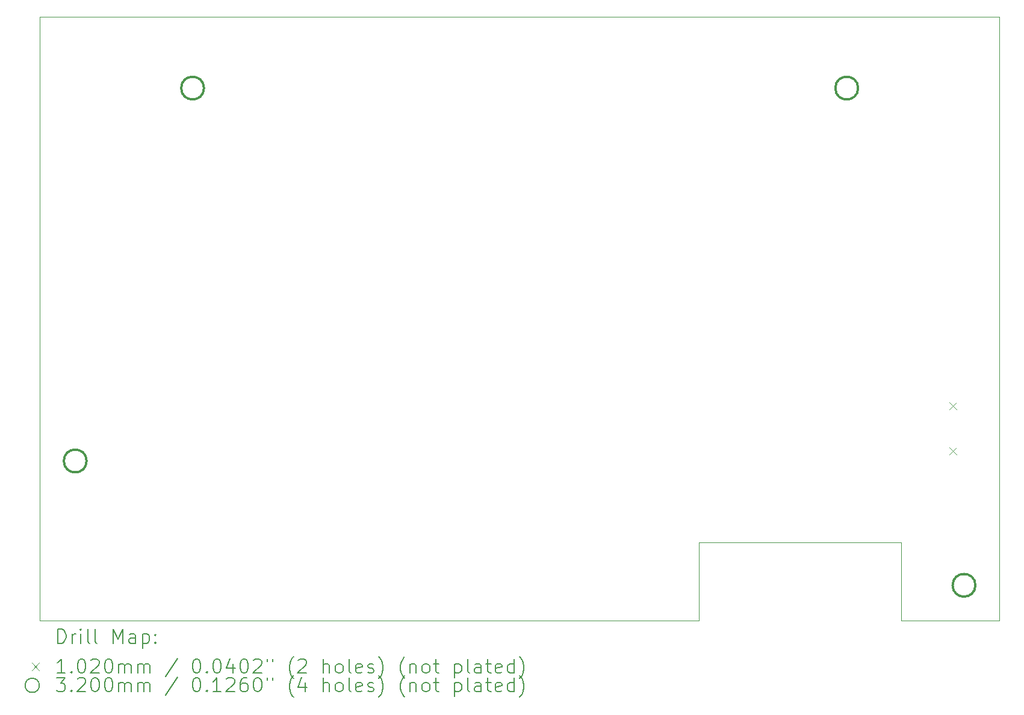
<source format=gbr>
%TF.GenerationSoftware,KiCad,Pcbnew,8.0.7*%
%TF.CreationDate,2025-01-22T18:35:03+01:00*%
%TF.ProjectId,STM32_GateSignalGenerator,53544d33-325f-4476-9174-655369676e61,rev?*%
%TF.SameCoordinates,Original*%
%TF.FileFunction,Drillmap*%
%TF.FilePolarity,Positive*%
%FSLAX45Y45*%
G04 Gerber Fmt 4.5, Leading zero omitted, Abs format (unit mm)*
G04 Created by KiCad (PCBNEW 8.0.7) date 2025-01-22 18:35:03*
%MOMM*%
%LPD*%
G01*
G04 APERTURE LIST*
%ADD10C,0.100000*%
%ADD11C,0.200000*%
%ADD12C,0.102000*%
%ADD13C,0.320000*%
G04 APERTURE END LIST*
D10*
X20185000Y-14811500D02*
X20185000Y-14661500D01*
X21565000Y-6311500D02*
X21565000Y-14811500D01*
X17335000Y-13711500D02*
X20185000Y-13711500D01*
X8065000Y-6311500D02*
X21565000Y-6311500D01*
X17335000Y-14811500D02*
X17335000Y-13711500D01*
X8065000Y-6311500D02*
X8065000Y-14811500D01*
X20185000Y-13711500D02*
X20185000Y-14661500D01*
X21565000Y-14811500D02*
X20185000Y-14811500D01*
X8065000Y-14811500D02*
X17335000Y-14811500D01*
D11*
D12*
X20861250Y-11735250D02*
X20963250Y-11837250D01*
X20963250Y-11735250D02*
X20861250Y-11837250D01*
X20861250Y-12370250D02*
X20963250Y-12472250D01*
X20963250Y-12370250D02*
X20861250Y-12472250D01*
D13*
X8725000Y-12561500D02*
G75*
G02*
X8405000Y-12561500I-160000J0D01*
G01*
X8405000Y-12561500D02*
G75*
G02*
X8725000Y-12561500I160000J0D01*
G01*
X10375000Y-7311500D02*
G75*
G02*
X10055000Y-7311500I-160000J0D01*
G01*
X10055000Y-7311500D02*
G75*
G02*
X10375000Y-7311500I160000J0D01*
G01*
X19575000Y-7311500D02*
G75*
G02*
X19255000Y-7311500I-160000J0D01*
G01*
X19255000Y-7311500D02*
G75*
G02*
X19575000Y-7311500I160000J0D01*
G01*
X21225000Y-14311500D02*
G75*
G02*
X20905000Y-14311500I-160000J0D01*
G01*
X20905000Y-14311500D02*
G75*
G02*
X21225000Y-14311500I160000J0D01*
G01*
D11*
X8320777Y-15127984D02*
X8320777Y-14927984D01*
X8320777Y-14927984D02*
X8368396Y-14927984D01*
X8368396Y-14927984D02*
X8396967Y-14937508D01*
X8396967Y-14937508D02*
X8416015Y-14956555D01*
X8416015Y-14956555D02*
X8425539Y-14975603D01*
X8425539Y-14975603D02*
X8435063Y-15013698D01*
X8435063Y-15013698D02*
X8435063Y-15042269D01*
X8435063Y-15042269D02*
X8425539Y-15080365D01*
X8425539Y-15080365D02*
X8416015Y-15099412D01*
X8416015Y-15099412D02*
X8396967Y-15118460D01*
X8396967Y-15118460D02*
X8368396Y-15127984D01*
X8368396Y-15127984D02*
X8320777Y-15127984D01*
X8520777Y-15127984D02*
X8520777Y-14994650D01*
X8520777Y-15032746D02*
X8530301Y-15013698D01*
X8530301Y-15013698D02*
X8539824Y-15004174D01*
X8539824Y-15004174D02*
X8558872Y-14994650D01*
X8558872Y-14994650D02*
X8577920Y-14994650D01*
X8644586Y-15127984D02*
X8644586Y-14994650D01*
X8644586Y-14927984D02*
X8635063Y-14937508D01*
X8635063Y-14937508D02*
X8644586Y-14947031D01*
X8644586Y-14947031D02*
X8654110Y-14937508D01*
X8654110Y-14937508D02*
X8644586Y-14927984D01*
X8644586Y-14927984D02*
X8644586Y-14947031D01*
X8768396Y-15127984D02*
X8749348Y-15118460D01*
X8749348Y-15118460D02*
X8739824Y-15099412D01*
X8739824Y-15099412D02*
X8739824Y-14927984D01*
X8873158Y-15127984D02*
X8854110Y-15118460D01*
X8854110Y-15118460D02*
X8844586Y-15099412D01*
X8844586Y-15099412D02*
X8844586Y-14927984D01*
X9101729Y-15127984D02*
X9101729Y-14927984D01*
X9101729Y-14927984D02*
X9168396Y-15070841D01*
X9168396Y-15070841D02*
X9235063Y-14927984D01*
X9235063Y-14927984D02*
X9235063Y-15127984D01*
X9416015Y-15127984D02*
X9416015Y-15023222D01*
X9416015Y-15023222D02*
X9406491Y-15004174D01*
X9406491Y-15004174D02*
X9387444Y-14994650D01*
X9387444Y-14994650D02*
X9349348Y-14994650D01*
X9349348Y-14994650D02*
X9330301Y-15004174D01*
X9416015Y-15118460D02*
X9396967Y-15127984D01*
X9396967Y-15127984D02*
X9349348Y-15127984D01*
X9349348Y-15127984D02*
X9330301Y-15118460D01*
X9330301Y-15118460D02*
X9320777Y-15099412D01*
X9320777Y-15099412D02*
X9320777Y-15080365D01*
X9320777Y-15080365D02*
X9330301Y-15061317D01*
X9330301Y-15061317D02*
X9349348Y-15051793D01*
X9349348Y-15051793D02*
X9396967Y-15051793D01*
X9396967Y-15051793D02*
X9416015Y-15042269D01*
X9511253Y-14994650D02*
X9511253Y-15194650D01*
X9511253Y-15004174D02*
X9530301Y-14994650D01*
X9530301Y-14994650D02*
X9568396Y-14994650D01*
X9568396Y-14994650D02*
X9587444Y-15004174D01*
X9587444Y-15004174D02*
X9596967Y-15013698D01*
X9596967Y-15013698D02*
X9606491Y-15032746D01*
X9606491Y-15032746D02*
X9606491Y-15089888D01*
X9606491Y-15089888D02*
X9596967Y-15108936D01*
X9596967Y-15108936D02*
X9587444Y-15118460D01*
X9587444Y-15118460D02*
X9568396Y-15127984D01*
X9568396Y-15127984D02*
X9530301Y-15127984D01*
X9530301Y-15127984D02*
X9511253Y-15118460D01*
X9692205Y-15108936D02*
X9701729Y-15118460D01*
X9701729Y-15118460D02*
X9692205Y-15127984D01*
X9692205Y-15127984D02*
X9682682Y-15118460D01*
X9682682Y-15118460D02*
X9692205Y-15108936D01*
X9692205Y-15108936D02*
X9692205Y-15127984D01*
X9692205Y-15004174D02*
X9701729Y-15013698D01*
X9701729Y-15013698D02*
X9692205Y-15023222D01*
X9692205Y-15023222D02*
X9682682Y-15013698D01*
X9682682Y-15013698D02*
X9692205Y-15004174D01*
X9692205Y-15004174D02*
X9692205Y-15023222D01*
D12*
X7958000Y-15405500D02*
X8060000Y-15507500D01*
X8060000Y-15405500D02*
X7958000Y-15507500D01*
D11*
X8425539Y-15547984D02*
X8311253Y-15547984D01*
X8368396Y-15547984D02*
X8368396Y-15347984D01*
X8368396Y-15347984D02*
X8349348Y-15376555D01*
X8349348Y-15376555D02*
X8330301Y-15395603D01*
X8330301Y-15395603D02*
X8311253Y-15405127D01*
X8511253Y-15528936D02*
X8520777Y-15538460D01*
X8520777Y-15538460D02*
X8511253Y-15547984D01*
X8511253Y-15547984D02*
X8501729Y-15538460D01*
X8501729Y-15538460D02*
X8511253Y-15528936D01*
X8511253Y-15528936D02*
X8511253Y-15547984D01*
X8644586Y-15347984D02*
X8663634Y-15347984D01*
X8663634Y-15347984D02*
X8682682Y-15357508D01*
X8682682Y-15357508D02*
X8692205Y-15367031D01*
X8692205Y-15367031D02*
X8701729Y-15386079D01*
X8701729Y-15386079D02*
X8711253Y-15424174D01*
X8711253Y-15424174D02*
X8711253Y-15471793D01*
X8711253Y-15471793D02*
X8701729Y-15509888D01*
X8701729Y-15509888D02*
X8692205Y-15528936D01*
X8692205Y-15528936D02*
X8682682Y-15538460D01*
X8682682Y-15538460D02*
X8663634Y-15547984D01*
X8663634Y-15547984D02*
X8644586Y-15547984D01*
X8644586Y-15547984D02*
X8625539Y-15538460D01*
X8625539Y-15538460D02*
X8616015Y-15528936D01*
X8616015Y-15528936D02*
X8606491Y-15509888D01*
X8606491Y-15509888D02*
X8596967Y-15471793D01*
X8596967Y-15471793D02*
X8596967Y-15424174D01*
X8596967Y-15424174D02*
X8606491Y-15386079D01*
X8606491Y-15386079D02*
X8616015Y-15367031D01*
X8616015Y-15367031D02*
X8625539Y-15357508D01*
X8625539Y-15357508D02*
X8644586Y-15347984D01*
X8787444Y-15367031D02*
X8796967Y-15357508D01*
X8796967Y-15357508D02*
X8816015Y-15347984D01*
X8816015Y-15347984D02*
X8863634Y-15347984D01*
X8863634Y-15347984D02*
X8882682Y-15357508D01*
X8882682Y-15357508D02*
X8892205Y-15367031D01*
X8892205Y-15367031D02*
X8901729Y-15386079D01*
X8901729Y-15386079D02*
X8901729Y-15405127D01*
X8901729Y-15405127D02*
X8892205Y-15433698D01*
X8892205Y-15433698D02*
X8777920Y-15547984D01*
X8777920Y-15547984D02*
X8901729Y-15547984D01*
X9025539Y-15347984D02*
X9044586Y-15347984D01*
X9044586Y-15347984D02*
X9063634Y-15357508D01*
X9063634Y-15357508D02*
X9073158Y-15367031D01*
X9073158Y-15367031D02*
X9082682Y-15386079D01*
X9082682Y-15386079D02*
X9092205Y-15424174D01*
X9092205Y-15424174D02*
X9092205Y-15471793D01*
X9092205Y-15471793D02*
X9082682Y-15509888D01*
X9082682Y-15509888D02*
X9073158Y-15528936D01*
X9073158Y-15528936D02*
X9063634Y-15538460D01*
X9063634Y-15538460D02*
X9044586Y-15547984D01*
X9044586Y-15547984D02*
X9025539Y-15547984D01*
X9025539Y-15547984D02*
X9006491Y-15538460D01*
X9006491Y-15538460D02*
X8996967Y-15528936D01*
X8996967Y-15528936D02*
X8987444Y-15509888D01*
X8987444Y-15509888D02*
X8977920Y-15471793D01*
X8977920Y-15471793D02*
X8977920Y-15424174D01*
X8977920Y-15424174D02*
X8987444Y-15386079D01*
X8987444Y-15386079D02*
X8996967Y-15367031D01*
X8996967Y-15367031D02*
X9006491Y-15357508D01*
X9006491Y-15357508D02*
X9025539Y-15347984D01*
X9177920Y-15547984D02*
X9177920Y-15414650D01*
X9177920Y-15433698D02*
X9187444Y-15424174D01*
X9187444Y-15424174D02*
X9206491Y-15414650D01*
X9206491Y-15414650D02*
X9235063Y-15414650D01*
X9235063Y-15414650D02*
X9254110Y-15424174D01*
X9254110Y-15424174D02*
X9263634Y-15443222D01*
X9263634Y-15443222D02*
X9263634Y-15547984D01*
X9263634Y-15443222D02*
X9273158Y-15424174D01*
X9273158Y-15424174D02*
X9292205Y-15414650D01*
X9292205Y-15414650D02*
X9320777Y-15414650D01*
X9320777Y-15414650D02*
X9339825Y-15424174D01*
X9339825Y-15424174D02*
X9349348Y-15443222D01*
X9349348Y-15443222D02*
X9349348Y-15547984D01*
X9444586Y-15547984D02*
X9444586Y-15414650D01*
X9444586Y-15433698D02*
X9454110Y-15424174D01*
X9454110Y-15424174D02*
X9473158Y-15414650D01*
X9473158Y-15414650D02*
X9501729Y-15414650D01*
X9501729Y-15414650D02*
X9520777Y-15424174D01*
X9520777Y-15424174D02*
X9530301Y-15443222D01*
X9530301Y-15443222D02*
X9530301Y-15547984D01*
X9530301Y-15443222D02*
X9539825Y-15424174D01*
X9539825Y-15424174D02*
X9558872Y-15414650D01*
X9558872Y-15414650D02*
X9587444Y-15414650D01*
X9587444Y-15414650D02*
X9606491Y-15424174D01*
X9606491Y-15424174D02*
X9616015Y-15443222D01*
X9616015Y-15443222D02*
X9616015Y-15547984D01*
X10006491Y-15338460D02*
X9835063Y-15595603D01*
X10263634Y-15347984D02*
X10282682Y-15347984D01*
X10282682Y-15347984D02*
X10301729Y-15357508D01*
X10301729Y-15357508D02*
X10311253Y-15367031D01*
X10311253Y-15367031D02*
X10320777Y-15386079D01*
X10320777Y-15386079D02*
X10330301Y-15424174D01*
X10330301Y-15424174D02*
X10330301Y-15471793D01*
X10330301Y-15471793D02*
X10320777Y-15509888D01*
X10320777Y-15509888D02*
X10311253Y-15528936D01*
X10311253Y-15528936D02*
X10301729Y-15538460D01*
X10301729Y-15538460D02*
X10282682Y-15547984D01*
X10282682Y-15547984D02*
X10263634Y-15547984D01*
X10263634Y-15547984D02*
X10244587Y-15538460D01*
X10244587Y-15538460D02*
X10235063Y-15528936D01*
X10235063Y-15528936D02*
X10225539Y-15509888D01*
X10225539Y-15509888D02*
X10216015Y-15471793D01*
X10216015Y-15471793D02*
X10216015Y-15424174D01*
X10216015Y-15424174D02*
X10225539Y-15386079D01*
X10225539Y-15386079D02*
X10235063Y-15367031D01*
X10235063Y-15367031D02*
X10244587Y-15357508D01*
X10244587Y-15357508D02*
X10263634Y-15347984D01*
X10416015Y-15528936D02*
X10425539Y-15538460D01*
X10425539Y-15538460D02*
X10416015Y-15547984D01*
X10416015Y-15547984D02*
X10406491Y-15538460D01*
X10406491Y-15538460D02*
X10416015Y-15528936D01*
X10416015Y-15528936D02*
X10416015Y-15547984D01*
X10549348Y-15347984D02*
X10568396Y-15347984D01*
X10568396Y-15347984D02*
X10587444Y-15357508D01*
X10587444Y-15357508D02*
X10596968Y-15367031D01*
X10596968Y-15367031D02*
X10606491Y-15386079D01*
X10606491Y-15386079D02*
X10616015Y-15424174D01*
X10616015Y-15424174D02*
X10616015Y-15471793D01*
X10616015Y-15471793D02*
X10606491Y-15509888D01*
X10606491Y-15509888D02*
X10596968Y-15528936D01*
X10596968Y-15528936D02*
X10587444Y-15538460D01*
X10587444Y-15538460D02*
X10568396Y-15547984D01*
X10568396Y-15547984D02*
X10549348Y-15547984D01*
X10549348Y-15547984D02*
X10530301Y-15538460D01*
X10530301Y-15538460D02*
X10520777Y-15528936D01*
X10520777Y-15528936D02*
X10511253Y-15509888D01*
X10511253Y-15509888D02*
X10501729Y-15471793D01*
X10501729Y-15471793D02*
X10501729Y-15424174D01*
X10501729Y-15424174D02*
X10511253Y-15386079D01*
X10511253Y-15386079D02*
X10520777Y-15367031D01*
X10520777Y-15367031D02*
X10530301Y-15357508D01*
X10530301Y-15357508D02*
X10549348Y-15347984D01*
X10787444Y-15414650D02*
X10787444Y-15547984D01*
X10739825Y-15338460D02*
X10692206Y-15481317D01*
X10692206Y-15481317D02*
X10816015Y-15481317D01*
X10930301Y-15347984D02*
X10949349Y-15347984D01*
X10949349Y-15347984D02*
X10968396Y-15357508D01*
X10968396Y-15357508D02*
X10977920Y-15367031D01*
X10977920Y-15367031D02*
X10987444Y-15386079D01*
X10987444Y-15386079D02*
X10996968Y-15424174D01*
X10996968Y-15424174D02*
X10996968Y-15471793D01*
X10996968Y-15471793D02*
X10987444Y-15509888D01*
X10987444Y-15509888D02*
X10977920Y-15528936D01*
X10977920Y-15528936D02*
X10968396Y-15538460D01*
X10968396Y-15538460D02*
X10949349Y-15547984D01*
X10949349Y-15547984D02*
X10930301Y-15547984D01*
X10930301Y-15547984D02*
X10911253Y-15538460D01*
X10911253Y-15538460D02*
X10901729Y-15528936D01*
X10901729Y-15528936D02*
X10892206Y-15509888D01*
X10892206Y-15509888D02*
X10882682Y-15471793D01*
X10882682Y-15471793D02*
X10882682Y-15424174D01*
X10882682Y-15424174D02*
X10892206Y-15386079D01*
X10892206Y-15386079D02*
X10901729Y-15367031D01*
X10901729Y-15367031D02*
X10911253Y-15357508D01*
X10911253Y-15357508D02*
X10930301Y-15347984D01*
X11073158Y-15367031D02*
X11082682Y-15357508D01*
X11082682Y-15357508D02*
X11101729Y-15347984D01*
X11101729Y-15347984D02*
X11149349Y-15347984D01*
X11149349Y-15347984D02*
X11168396Y-15357508D01*
X11168396Y-15357508D02*
X11177920Y-15367031D01*
X11177920Y-15367031D02*
X11187444Y-15386079D01*
X11187444Y-15386079D02*
X11187444Y-15405127D01*
X11187444Y-15405127D02*
X11177920Y-15433698D01*
X11177920Y-15433698D02*
X11063634Y-15547984D01*
X11063634Y-15547984D02*
X11187444Y-15547984D01*
X11263634Y-15347984D02*
X11263634Y-15386079D01*
X11339825Y-15347984D02*
X11339825Y-15386079D01*
X11635063Y-15624174D02*
X11625539Y-15614650D01*
X11625539Y-15614650D02*
X11606491Y-15586079D01*
X11606491Y-15586079D02*
X11596968Y-15567031D01*
X11596968Y-15567031D02*
X11587444Y-15538460D01*
X11587444Y-15538460D02*
X11577920Y-15490841D01*
X11577920Y-15490841D02*
X11577920Y-15452746D01*
X11577920Y-15452746D02*
X11587444Y-15405127D01*
X11587444Y-15405127D02*
X11596968Y-15376555D01*
X11596968Y-15376555D02*
X11606491Y-15357508D01*
X11606491Y-15357508D02*
X11625539Y-15328936D01*
X11625539Y-15328936D02*
X11635063Y-15319412D01*
X11701729Y-15367031D02*
X11711253Y-15357508D01*
X11711253Y-15357508D02*
X11730301Y-15347984D01*
X11730301Y-15347984D02*
X11777920Y-15347984D01*
X11777920Y-15347984D02*
X11796968Y-15357508D01*
X11796968Y-15357508D02*
X11806491Y-15367031D01*
X11806491Y-15367031D02*
X11816015Y-15386079D01*
X11816015Y-15386079D02*
X11816015Y-15405127D01*
X11816015Y-15405127D02*
X11806491Y-15433698D01*
X11806491Y-15433698D02*
X11692206Y-15547984D01*
X11692206Y-15547984D02*
X11816015Y-15547984D01*
X12054110Y-15547984D02*
X12054110Y-15347984D01*
X12139825Y-15547984D02*
X12139825Y-15443222D01*
X12139825Y-15443222D02*
X12130301Y-15424174D01*
X12130301Y-15424174D02*
X12111253Y-15414650D01*
X12111253Y-15414650D02*
X12082682Y-15414650D01*
X12082682Y-15414650D02*
X12063634Y-15424174D01*
X12063634Y-15424174D02*
X12054110Y-15433698D01*
X12263634Y-15547984D02*
X12244587Y-15538460D01*
X12244587Y-15538460D02*
X12235063Y-15528936D01*
X12235063Y-15528936D02*
X12225539Y-15509888D01*
X12225539Y-15509888D02*
X12225539Y-15452746D01*
X12225539Y-15452746D02*
X12235063Y-15433698D01*
X12235063Y-15433698D02*
X12244587Y-15424174D01*
X12244587Y-15424174D02*
X12263634Y-15414650D01*
X12263634Y-15414650D02*
X12292206Y-15414650D01*
X12292206Y-15414650D02*
X12311253Y-15424174D01*
X12311253Y-15424174D02*
X12320777Y-15433698D01*
X12320777Y-15433698D02*
X12330301Y-15452746D01*
X12330301Y-15452746D02*
X12330301Y-15509888D01*
X12330301Y-15509888D02*
X12320777Y-15528936D01*
X12320777Y-15528936D02*
X12311253Y-15538460D01*
X12311253Y-15538460D02*
X12292206Y-15547984D01*
X12292206Y-15547984D02*
X12263634Y-15547984D01*
X12444587Y-15547984D02*
X12425539Y-15538460D01*
X12425539Y-15538460D02*
X12416015Y-15519412D01*
X12416015Y-15519412D02*
X12416015Y-15347984D01*
X12596968Y-15538460D02*
X12577920Y-15547984D01*
X12577920Y-15547984D02*
X12539825Y-15547984D01*
X12539825Y-15547984D02*
X12520777Y-15538460D01*
X12520777Y-15538460D02*
X12511253Y-15519412D01*
X12511253Y-15519412D02*
X12511253Y-15443222D01*
X12511253Y-15443222D02*
X12520777Y-15424174D01*
X12520777Y-15424174D02*
X12539825Y-15414650D01*
X12539825Y-15414650D02*
X12577920Y-15414650D01*
X12577920Y-15414650D02*
X12596968Y-15424174D01*
X12596968Y-15424174D02*
X12606491Y-15443222D01*
X12606491Y-15443222D02*
X12606491Y-15462269D01*
X12606491Y-15462269D02*
X12511253Y-15481317D01*
X12682682Y-15538460D02*
X12701730Y-15547984D01*
X12701730Y-15547984D02*
X12739825Y-15547984D01*
X12739825Y-15547984D02*
X12758872Y-15538460D01*
X12758872Y-15538460D02*
X12768396Y-15519412D01*
X12768396Y-15519412D02*
X12768396Y-15509888D01*
X12768396Y-15509888D02*
X12758872Y-15490841D01*
X12758872Y-15490841D02*
X12739825Y-15481317D01*
X12739825Y-15481317D02*
X12711253Y-15481317D01*
X12711253Y-15481317D02*
X12692206Y-15471793D01*
X12692206Y-15471793D02*
X12682682Y-15452746D01*
X12682682Y-15452746D02*
X12682682Y-15443222D01*
X12682682Y-15443222D02*
X12692206Y-15424174D01*
X12692206Y-15424174D02*
X12711253Y-15414650D01*
X12711253Y-15414650D02*
X12739825Y-15414650D01*
X12739825Y-15414650D02*
X12758872Y-15424174D01*
X12835063Y-15624174D02*
X12844587Y-15614650D01*
X12844587Y-15614650D02*
X12863634Y-15586079D01*
X12863634Y-15586079D02*
X12873158Y-15567031D01*
X12873158Y-15567031D02*
X12882682Y-15538460D01*
X12882682Y-15538460D02*
X12892206Y-15490841D01*
X12892206Y-15490841D02*
X12892206Y-15452746D01*
X12892206Y-15452746D02*
X12882682Y-15405127D01*
X12882682Y-15405127D02*
X12873158Y-15376555D01*
X12873158Y-15376555D02*
X12863634Y-15357508D01*
X12863634Y-15357508D02*
X12844587Y-15328936D01*
X12844587Y-15328936D02*
X12835063Y-15319412D01*
X13196968Y-15624174D02*
X13187444Y-15614650D01*
X13187444Y-15614650D02*
X13168396Y-15586079D01*
X13168396Y-15586079D02*
X13158872Y-15567031D01*
X13158872Y-15567031D02*
X13149349Y-15538460D01*
X13149349Y-15538460D02*
X13139825Y-15490841D01*
X13139825Y-15490841D02*
X13139825Y-15452746D01*
X13139825Y-15452746D02*
X13149349Y-15405127D01*
X13149349Y-15405127D02*
X13158872Y-15376555D01*
X13158872Y-15376555D02*
X13168396Y-15357508D01*
X13168396Y-15357508D02*
X13187444Y-15328936D01*
X13187444Y-15328936D02*
X13196968Y-15319412D01*
X13273158Y-15414650D02*
X13273158Y-15547984D01*
X13273158Y-15433698D02*
X13282682Y-15424174D01*
X13282682Y-15424174D02*
X13301730Y-15414650D01*
X13301730Y-15414650D02*
X13330301Y-15414650D01*
X13330301Y-15414650D02*
X13349349Y-15424174D01*
X13349349Y-15424174D02*
X13358872Y-15443222D01*
X13358872Y-15443222D02*
X13358872Y-15547984D01*
X13482682Y-15547984D02*
X13463634Y-15538460D01*
X13463634Y-15538460D02*
X13454111Y-15528936D01*
X13454111Y-15528936D02*
X13444587Y-15509888D01*
X13444587Y-15509888D02*
X13444587Y-15452746D01*
X13444587Y-15452746D02*
X13454111Y-15433698D01*
X13454111Y-15433698D02*
X13463634Y-15424174D01*
X13463634Y-15424174D02*
X13482682Y-15414650D01*
X13482682Y-15414650D02*
X13511253Y-15414650D01*
X13511253Y-15414650D02*
X13530301Y-15424174D01*
X13530301Y-15424174D02*
X13539825Y-15433698D01*
X13539825Y-15433698D02*
X13549349Y-15452746D01*
X13549349Y-15452746D02*
X13549349Y-15509888D01*
X13549349Y-15509888D02*
X13539825Y-15528936D01*
X13539825Y-15528936D02*
X13530301Y-15538460D01*
X13530301Y-15538460D02*
X13511253Y-15547984D01*
X13511253Y-15547984D02*
X13482682Y-15547984D01*
X13606492Y-15414650D02*
X13682682Y-15414650D01*
X13635063Y-15347984D02*
X13635063Y-15519412D01*
X13635063Y-15519412D02*
X13644587Y-15538460D01*
X13644587Y-15538460D02*
X13663634Y-15547984D01*
X13663634Y-15547984D02*
X13682682Y-15547984D01*
X13901730Y-15414650D02*
X13901730Y-15614650D01*
X13901730Y-15424174D02*
X13920777Y-15414650D01*
X13920777Y-15414650D02*
X13958873Y-15414650D01*
X13958873Y-15414650D02*
X13977920Y-15424174D01*
X13977920Y-15424174D02*
X13987444Y-15433698D01*
X13987444Y-15433698D02*
X13996968Y-15452746D01*
X13996968Y-15452746D02*
X13996968Y-15509888D01*
X13996968Y-15509888D02*
X13987444Y-15528936D01*
X13987444Y-15528936D02*
X13977920Y-15538460D01*
X13977920Y-15538460D02*
X13958873Y-15547984D01*
X13958873Y-15547984D02*
X13920777Y-15547984D01*
X13920777Y-15547984D02*
X13901730Y-15538460D01*
X14111253Y-15547984D02*
X14092206Y-15538460D01*
X14092206Y-15538460D02*
X14082682Y-15519412D01*
X14082682Y-15519412D02*
X14082682Y-15347984D01*
X14273158Y-15547984D02*
X14273158Y-15443222D01*
X14273158Y-15443222D02*
X14263634Y-15424174D01*
X14263634Y-15424174D02*
X14244587Y-15414650D01*
X14244587Y-15414650D02*
X14206492Y-15414650D01*
X14206492Y-15414650D02*
X14187444Y-15424174D01*
X14273158Y-15538460D02*
X14254111Y-15547984D01*
X14254111Y-15547984D02*
X14206492Y-15547984D01*
X14206492Y-15547984D02*
X14187444Y-15538460D01*
X14187444Y-15538460D02*
X14177920Y-15519412D01*
X14177920Y-15519412D02*
X14177920Y-15500365D01*
X14177920Y-15500365D02*
X14187444Y-15481317D01*
X14187444Y-15481317D02*
X14206492Y-15471793D01*
X14206492Y-15471793D02*
X14254111Y-15471793D01*
X14254111Y-15471793D02*
X14273158Y-15462269D01*
X14339825Y-15414650D02*
X14416015Y-15414650D01*
X14368396Y-15347984D02*
X14368396Y-15519412D01*
X14368396Y-15519412D02*
X14377920Y-15538460D01*
X14377920Y-15538460D02*
X14396968Y-15547984D01*
X14396968Y-15547984D02*
X14416015Y-15547984D01*
X14558873Y-15538460D02*
X14539825Y-15547984D01*
X14539825Y-15547984D02*
X14501730Y-15547984D01*
X14501730Y-15547984D02*
X14482682Y-15538460D01*
X14482682Y-15538460D02*
X14473158Y-15519412D01*
X14473158Y-15519412D02*
X14473158Y-15443222D01*
X14473158Y-15443222D02*
X14482682Y-15424174D01*
X14482682Y-15424174D02*
X14501730Y-15414650D01*
X14501730Y-15414650D02*
X14539825Y-15414650D01*
X14539825Y-15414650D02*
X14558873Y-15424174D01*
X14558873Y-15424174D02*
X14568396Y-15443222D01*
X14568396Y-15443222D02*
X14568396Y-15462269D01*
X14568396Y-15462269D02*
X14473158Y-15481317D01*
X14739825Y-15547984D02*
X14739825Y-15347984D01*
X14739825Y-15538460D02*
X14720777Y-15547984D01*
X14720777Y-15547984D02*
X14682682Y-15547984D01*
X14682682Y-15547984D02*
X14663634Y-15538460D01*
X14663634Y-15538460D02*
X14654111Y-15528936D01*
X14654111Y-15528936D02*
X14644587Y-15509888D01*
X14644587Y-15509888D02*
X14644587Y-15452746D01*
X14644587Y-15452746D02*
X14654111Y-15433698D01*
X14654111Y-15433698D02*
X14663634Y-15424174D01*
X14663634Y-15424174D02*
X14682682Y-15414650D01*
X14682682Y-15414650D02*
X14720777Y-15414650D01*
X14720777Y-15414650D02*
X14739825Y-15424174D01*
X14816015Y-15624174D02*
X14825539Y-15614650D01*
X14825539Y-15614650D02*
X14844587Y-15586079D01*
X14844587Y-15586079D02*
X14854111Y-15567031D01*
X14854111Y-15567031D02*
X14863634Y-15538460D01*
X14863634Y-15538460D02*
X14873158Y-15490841D01*
X14873158Y-15490841D02*
X14873158Y-15452746D01*
X14873158Y-15452746D02*
X14863634Y-15405127D01*
X14863634Y-15405127D02*
X14854111Y-15376555D01*
X14854111Y-15376555D02*
X14844587Y-15357508D01*
X14844587Y-15357508D02*
X14825539Y-15328936D01*
X14825539Y-15328936D02*
X14816015Y-15319412D01*
X8060000Y-15720500D02*
G75*
G02*
X7860000Y-15720500I-100000J0D01*
G01*
X7860000Y-15720500D02*
G75*
G02*
X8060000Y-15720500I100000J0D01*
G01*
X8301729Y-15611984D02*
X8425539Y-15611984D01*
X8425539Y-15611984D02*
X8358872Y-15688174D01*
X8358872Y-15688174D02*
X8387443Y-15688174D01*
X8387443Y-15688174D02*
X8406491Y-15697698D01*
X8406491Y-15697698D02*
X8416015Y-15707222D01*
X8416015Y-15707222D02*
X8425539Y-15726269D01*
X8425539Y-15726269D02*
X8425539Y-15773888D01*
X8425539Y-15773888D02*
X8416015Y-15792936D01*
X8416015Y-15792936D02*
X8406491Y-15802460D01*
X8406491Y-15802460D02*
X8387443Y-15811984D01*
X8387443Y-15811984D02*
X8330301Y-15811984D01*
X8330301Y-15811984D02*
X8311253Y-15802460D01*
X8311253Y-15802460D02*
X8301729Y-15792936D01*
X8511253Y-15792936D02*
X8520777Y-15802460D01*
X8520777Y-15802460D02*
X8511253Y-15811984D01*
X8511253Y-15811984D02*
X8501729Y-15802460D01*
X8501729Y-15802460D02*
X8511253Y-15792936D01*
X8511253Y-15792936D02*
X8511253Y-15811984D01*
X8596967Y-15631031D02*
X8606491Y-15621508D01*
X8606491Y-15621508D02*
X8625539Y-15611984D01*
X8625539Y-15611984D02*
X8673158Y-15611984D01*
X8673158Y-15611984D02*
X8692205Y-15621508D01*
X8692205Y-15621508D02*
X8701729Y-15631031D01*
X8701729Y-15631031D02*
X8711253Y-15650079D01*
X8711253Y-15650079D02*
X8711253Y-15669127D01*
X8711253Y-15669127D02*
X8701729Y-15697698D01*
X8701729Y-15697698D02*
X8587444Y-15811984D01*
X8587444Y-15811984D02*
X8711253Y-15811984D01*
X8835063Y-15611984D02*
X8854110Y-15611984D01*
X8854110Y-15611984D02*
X8873158Y-15621508D01*
X8873158Y-15621508D02*
X8882682Y-15631031D01*
X8882682Y-15631031D02*
X8892205Y-15650079D01*
X8892205Y-15650079D02*
X8901729Y-15688174D01*
X8901729Y-15688174D02*
X8901729Y-15735793D01*
X8901729Y-15735793D02*
X8892205Y-15773888D01*
X8892205Y-15773888D02*
X8882682Y-15792936D01*
X8882682Y-15792936D02*
X8873158Y-15802460D01*
X8873158Y-15802460D02*
X8854110Y-15811984D01*
X8854110Y-15811984D02*
X8835063Y-15811984D01*
X8835063Y-15811984D02*
X8816015Y-15802460D01*
X8816015Y-15802460D02*
X8806491Y-15792936D01*
X8806491Y-15792936D02*
X8796967Y-15773888D01*
X8796967Y-15773888D02*
X8787444Y-15735793D01*
X8787444Y-15735793D02*
X8787444Y-15688174D01*
X8787444Y-15688174D02*
X8796967Y-15650079D01*
X8796967Y-15650079D02*
X8806491Y-15631031D01*
X8806491Y-15631031D02*
X8816015Y-15621508D01*
X8816015Y-15621508D02*
X8835063Y-15611984D01*
X9025539Y-15611984D02*
X9044586Y-15611984D01*
X9044586Y-15611984D02*
X9063634Y-15621508D01*
X9063634Y-15621508D02*
X9073158Y-15631031D01*
X9073158Y-15631031D02*
X9082682Y-15650079D01*
X9082682Y-15650079D02*
X9092205Y-15688174D01*
X9092205Y-15688174D02*
X9092205Y-15735793D01*
X9092205Y-15735793D02*
X9082682Y-15773888D01*
X9082682Y-15773888D02*
X9073158Y-15792936D01*
X9073158Y-15792936D02*
X9063634Y-15802460D01*
X9063634Y-15802460D02*
X9044586Y-15811984D01*
X9044586Y-15811984D02*
X9025539Y-15811984D01*
X9025539Y-15811984D02*
X9006491Y-15802460D01*
X9006491Y-15802460D02*
X8996967Y-15792936D01*
X8996967Y-15792936D02*
X8987444Y-15773888D01*
X8987444Y-15773888D02*
X8977920Y-15735793D01*
X8977920Y-15735793D02*
X8977920Y-15688174D01*
X8977920Y-15688174D02*
X8987444Y-15650079D01*
X8987444Y-15650079D02*
X8996967Y-15631031D01*
X8996967Y-15631031D02*
X9006491Y-15621508D01*
X9006491Y-15621508D02*
X9025539Y-15611984D01*
X9177920Y-15811984D02*
X9177920Y-15678650D01*
X9177920Y-15697698D02*
X9187444Y-15688174D01*
X9187444Y-15688174D02*
X9206491Y-15678650D01*
X9206491Y-15678650D02*
X9235063Y-15678650D01*
X9235063Y-15678650D02*
X9254110Y-15688174D01*
X9254110Y-15688174D02*
X9263634Y-15707222D01*
X9263634Y-15707222D02*
X9263634Y-15811984D01*
X9263634Y-15707222D02*
X9273158Y-15688174D01*
X9273158Y-15688174D02*
X9292205Y-15678650D01*
X9292205Y-15678650D02*
X9320777Y-15678650D01*
X9320777Y-15678650D02*
X9339825Y-15688174D01*
X9339825Y-15688174D02*
X9349348Y-15707222D01*
X9349348Y-15707222D02*
X9349348Y-15811984D01*
X9444586Y-15811984D02*
X9444586Y-15678650D01*
X9444586Y-15697698D02*
X9454110Y-15688174D01*
X9454110Y-15688174D02*
X9473158Y-15678650D01*
X9473158Y-15678650D02*
X9501729Y-15678650D01*
X9501729Y-15678650D02*
X9520777Y-15688174D01*
X9520777Y-15688174D02*
X9530301Y-15707222D01*
X9530301Y-15707222D02*
X9530301Y-15811984D01*
X9530301Y-15707222D02*
X9539825Y-15688174D01*
X9539825Y-15688174D02*
X9558872Y-15678650D01*
X9558872Y-15678650D02*
X9587444Y-15678650D01*
X9587444Y-15678650D02*
X9606491Y-15688174D01*
X9606491Y-15688174D02*
X9616015Y-15707222D01*
X9616015Y-15707222D02*
X9616015Y-15811984D01*
X10006491Y-15602460D02*
X9835063Y-15859603D01*
X10263634Y-15611984D02*
X10282682Y-15611984D01*
X10282682Y-15611984D02*
X10301729Y-15621508D01*
X10301729Y-15621508D02*
X10311253Y-15631031D01*
X10311253Y-15631031D02*
X10320777Y-15650079D01*
X10320777Y-15650079D02*
X10330301Y-15688174D01*
X10330301Y-15688174D02*
X10330301Y-15735793D01*
X10330301Y-15735793D02*
X10320777Y-15773888D01*
X10320777Y-15773888D02*
X10311253Y-15792936D01*
X10311253Y-15792936D02*
X10301729Y-15802460D01*
X10301729Y-15802460D02*
X10282682Y-15811984D01*
X10282682Y-15811984D02*
X10263634Y-15811984D01*
X10263634Y-15811984D02*
X10244587Y-15802460D01*
X10244587Y-15802460D02*
X10235063Y-15792936D01*
X10235063Y-15792936D02*
X10225539Y-15773888D01*
X10225539Y-15773888D02*
X10216015Y-15735793D01*
X10216015Y-15735793D02*
X10216015Y-15688174D01*
X10216015Y-15688174D02*
X10225539Y-15650079D01*
X10225539Y-15650079D02*
X10235063Y-15631031D01*
X10235063Y-15631031D02*
X10244587Y-15621508D01*
X10244587Y-15621508D02*
X10263634Y-15611984D01*
X10416015Y-15792936D02*
X10425539Y-15802460D01*
X10425539Y-15802460D02*
X10416015Y-15811984D01*
X10416015Y-15811984D02*
X10406491Y-15802460D01*
X10406491Y-15802460D02*
X10416015Y-15792936D01*
X10416015Y-15792936D02*
X10416015Y-15811984D01*
X10616015Y-15811984D02*
X10501729Y-15811984D01*
X10558872Y-15811984D02*
X10558872Y-15611984D01*
X10558872Y-15611984D02*
X10539825Y-15640555D01*
X10539825Y-15640555D02*
X10520777Y-15659603D01*
X10520777Y-15659603D02*
X10501729Y-15669127D01*
X10692206Y-15631031D02*
X10701729Y-15621508D01*
X10701729Y-15621508D02*
X10720777Y-15611984D01*
X10720777Y-15611984D02*
X10768396Y-15611984D01*
X10768396Y-15611984D02*
X10787444Y-15621508D01*
X10787444Y-15621508D02*
X10796968Y-15631031D01*
X10796968Y-15631031D02*
X10806491Y-15650079D01*
X10806491Y-15650079D02*
X10806491Y-15669127D01*
X10806491Y-15669127D02*
X10796968Y-15697698D01*
X10796968Y-15697698D02*
X10682682Y-15811984D01*
X10682682Y-15811984D02*
X10806491Y-15811984D01*
X10977920Y-15611984D02*
X10939825Y-15611984D01*
X10939825Y-15611984D02*
X10920777Y-15621508D01*
X10920777Y-15621508D02*
X10911253Y-15631031D01*
X10911253Y-15631031D02*
X10892206Y-15659603D01*
X10892206Y-15659603D02*
X10882682Y-15697698D01*
X10882682Y-15697698D02*
X10882682Y-15773888D01*
X10882682Y-15773888D02*
X10892206Y-15792936D01*
X10892206Y-15792936D02*
X10901729Y-15802460D01*
X10901729Y-15802460D02*
X10920777Y-15811984D01*
X10920777Y-15811984D02*
X10958872Y-15811984D01*
X10958872Y-15811984D02*
X10977920Y-15802460D01*
X10977920Y-15802460D02*
X10987444Y-15792936D01*
X10987444Y-15792936D02*
X10996968Y-15773888D01*
X10996968Y-15773888D02*
X10996968Y-15726269D01*
X10996968Y-15726269D02*
X10987444Y-15707222D01*
X10987444Y-15707222D02*
X10977920Y-15697698D01*
X10977920Y-15697698D02*
X10958872Y-15688174D01*
X10958872Y-15688174D02*
X10920777Y-15688174D01*
X10920777Y-15688174D02*
X10901729Y-15697698D01*
X10901729Y-15697698D02*
X10892206Y-15707222D01*
X10892206Y-15707222D02*
X10882682Y-15726269D01*
X11120777Y-15611984D02*
X11139825Y-15611984D01*
X11139825Y-15611984D02*
X11158872Y-15621508D01*
X11158872Y-15621508D02*
X11168396Y-15631031D01*
X11168396Y-15631031D02*
X11177920Y-15650079D01*
X11177920Y-15650079D02*
X11187444Y-15688174D01*
X11187444Y-15688174D02*
X11187444Y-15735793D01*
X11187444Y-15735793D02*
X11177920Y-15773888D01*
X11177920Y-15773888D02*
X11168396Y-15792936D01*
X11168396Y-15792936D02*
X11158872Y-15802460D01*
X11158872Y-15802460D02*
X11139825Y-15811984D01*
X11139825Y-15811984D02*
X11120777Y-15811984D01*
X11120777Y-15811984D02*
X11101729Y-15802460D01*
X11101729Y-15802460D02*
X11092206Y-15792936D01*
X11092206Y-15792936D02*
X11082682Y-15773888D01*
X11082682Y-15773888D02*
X11073158Y-15735793D01*
X11073158Y-15735793D02*
X11073158Y-15688174D01*
X11073158Y-15688174D02*
X11082682Y-15650079D01*
X11082682Y-15650079D02*
X11092206Y-15631031D01*
X11092206Y-15631031D02*
X11101729Y-15621508D01*
X11101729Y-15621508D02*
X11120777Y-15611984D01*
X11263634Y-15611984D02*
X11263634Y-15650079D01*
X11339825Y-15611984D02*
X11339825Y-15650079D01*
X11635063Y-15888174D02*
X11625539Y-15878650D01*
X11625539Y-15878650D02*
X11606491Y-15850079D01*
X11606491Y-15850079D02*
X11596968Y-15831031D01*
X11596968Y-15831031D02*
X11587444Y-15802460D01*
X11587444Y-15802460D02*
X11577920Y-15754841D01*
X11577920Y-15754841D02*
X11577920Y-15716746D01*
X11577920Y-15716746D02*
X11587444Y-15669127D01*
X11587444Y-15669127D02*
X11596968Y-15640555D01*
X11596968Y-15640555D02*
X11606491Y-15621508D01*
X11606491Y-15621508D02*
X11625539Y-15592936D01*
X11625539Y-15592936D02*
X11635063Y-15583412D01*
X11796968Y-15678650D02*
X11796968Y-15811984D01*
X11749348Y-15602460D02*
X11701729Y-15745317D01*
X11701729Y-15745317D02*
X11825539Y-15745317D01*
X12054110Y-15811984D02*
X12054110Y-15611984D01*
X12139825Y-15811984D02*
X12139825Y-15707222D01*
X12139825Y-15707222D02*
X12130301Y-15688174D01*
X12130301Y-15688174D02*
X12111253Y-15678650D01*
X12111253Y-15678650D02*
X12082682Y-15678650D01*
X12082682Y-15678650D02*
X12063634Y-15688174D01*
X12063634Y-15688174D02*
X12054110Y-15697698D01*
X12263634Y-15811984D02*
X12244587Y-15802460D01*
X12244587Y-15802460D02*
X12235063Y-15792936D01*
X12235063Y-15792936D02*
X12225539Y-15773888D01*
X12225539Y-15773888D02*
X12225539Y-15716746D01*
X12225539Y-15716746D02*
X12235063Y-15697698D01*
X12235063Y-15697698D02*
X12244587Y-15688174D01*
X12244587Y-15688174D02*
X12263634Y-15678650D01*
X12263634Y-15678650D02*
X12292206Y-15678650D01*
X12292206Y-15678650D02*
X12311253Y-15688174D01*
X12311253Y-15688174D02*
X12320777Y-15697698D01*
X12320777Y-15697698D02*
X12330301Y-15716746D01*
X12330301Y-15716746D02*
X12330301Y-15773888D01*
X12330301Y-15773888D02*
X12320777Y-15792936D01*
X12320777Y-15792936D02*
X12311253Y-15802460D01*
X12311253Y-15802460D02*
X12292206Y-15811984D01*
X12292206Y-15811984D02*
X12263634Y-15811984D01*
X12444587Y-15811984D02*
X12425539Y-15802460D01*
X12425539Y-15802460D02*
X12416015Y-15783412D01*
X12416015Y-15783412D02*
X12416015Y-15611984D01*
X12596968Y-15802460D02*
X12577920Y-15811984D01*
X12577920Y-15811984D02*
X12539825Y-15811984D01*
X12539825Y-15811984D02*
X12520777Y-15802460D01*
X12520777Y-15802460D02*
X12511253Y-15783412D01*
X12511253Y-15783412D02*
X12511253Y-15707222D01*
X12511253Y-15707222D02*
X12520777Y-15688174D01*
X12520777Y-15688174D02*
X12539825Y-15678650D01*
X12539825Y-15678650D02*
X12577920Y-15678650D01*
X12577920Y-15678650D02*
X12596968Y-15688174D01*
X12596968Y-15688174D02*
X12606491Y-15707222D01*
X12606491Y-15707222D02*
X12606491Y-15726269D01*
X12606491Y-15726269D02*
X12511253Y-15745317D01*
X12682682Y-15802460D02*
X12701730Y-15811984D01*
X12701730Y-15811984D02*
X12739825Y-15811984D01*
X12739825Y-15811984D02*
X12758872Y-15802460D01*
X12758872Y-15802460D02*
X12768396Y-15783412D01*
X12768396Y-15783412D02*
X12768396Y-15773888D01*
X12768396Y-15773888D02*
X12758872Y-15754841D01*
X12758872Y-15754841D02*
X12739825Y-15745317D01*
X12739825Y-15745317D02*
X12711253Y-15745317D01*
X12711253Y-15745317D02*
X12692206Y-15735793D01*
X12692206Y-15735793D02*
X12682682Y-15716746D01*
X12682682Y-15716746D02*
X12682682Y-15707222D01*
X12682682Y-15707222D02*
X12692206Y-15688174D01*
X12692206Y-15688174D02*
X12711253Y-15678650D01*
X12711253Y-15678650D02*
X12739825Y-15678650D01*
X12739825Y-15678650D02*
X12758872Y-15688174D01*
X12835063Y-15888174D02*
X12844587Y-15878650D01*
X12844587Y-15878650D02*
X12863634Y-15850079D01*
X12863634Y-15850079D02*
X12873158Y-15831031D01*
X12873158Y-15831031D02*
X12882682Y-15802460D01*
X12882682Y-15802460D02*
X12892206Y-15754841D01*
X12892206Y-15754841D02*
X12892206Y-15716746D01*
X12892206Y-15716746D02*
X12882682Y-15669127D01*
X12882682Y-15669127D02*
X12873158Y-15640555D01*
X12873158Y-15640555D02*
X12863634Y-15621508D01*
X12863634Y-15621508D02*
X12844587Y-15592936D01*
X12844587Y-15592936D02*
X12835063Y-15583412D01*
X13196968Y-15888174D02*
X13187444Y-15878650D01*
X13187444Y-15878650D02*
X13168396Y-15850079D01*
X13168396Y-15850079D02*
X13158872Y-15831031D01*
X13158872Y-15831031D02*
X13149349Y-15802460D01*
X13149349Y-15802460D02*
X13139825Y-15754841D01*
X13139825Y-15754841D02*
X13139825Y-15716746D01*
X13139825Y-15716746D02*
X13149349Y-15669127D01*
X13149349Y-15669127D02*
X13158872Y-15640555D01*
X13158872Y-15640555D02*
X13168396Y-15621508D01*
X13168396Y-15621508D02*
X13187444Y-15592936D01*
X13187444Y-15592936D02*
X13196968Y-15583412D01*
X13273158Y-15678650D02*
X13273158Y-15811984D01*
X13273158Y-15697698D02*
X13282682Y-15688174D01*
X13282682Y-15688174D02*
X13301730Y-15678650D01*
X13301730Y-15678650D02*
X13330301Y-15678650D01*
X13330301Y-15678650D02*
X13349349Y-15688174D01*
X13349349Y-15688174D02*
X13358872Y-15707222D01*
X13358872Y-15707222D02*
X13358872Y-15811984D01*
X13482682Y-15811984D02*
X13463634Y-15802460D01*
X13463634Y-15802460D02*
X13454111Y-15792936D01*
X13454111Y-15792936D02*
X13444587Y-15773888D01*
X13444587Y-15773888D02*
X13444587Y-15716746D01*
X13444587Y-15716746D02*
X13454111Y-15697698D01*
X13454111Y-15697698D02*
X13463634Y-15688174D01*
X13463634Y-15688174D02*
X13482682Y-15678650D01*
X13482682Y-15678650D02*
X13511253Y-15678650D01*
X13511253Y-15678650D02*
X13530301Y-15688174D01*
X13530301Y-15688174D02*
X13539825Y-15697698D01*
X13539825Y-15697698D02*
X13549349Y-15716746D01*
X13549349Y-15716746D02*
X13549349Y-15773888D01*
X13549349Y-15773888D02*
X13539825Y-15792936D01*
X13539825Y-15792936D02*
X13530301Y-15802460D01*
X13530301Y-15802460D02*
X13511253Y-15811984D01*
X13511253Y-15811984D02*
X13482682Y-15811984D01*
X13606492Y-15678650D02*
X13682682Y-15678650D01*
X13635063Y-15611984D02*
X13635063Y-15783412D01*
X13635063Y-15783412D02*
X13644587Y-15802460D01*
X13644587Y-15802460D02*
X13663634Y-15811984D01*
X13663634Y-15811984D02*
X13682682Y-15811984D01*
X13901730Y-15678650D02*
X13901730Y-15878650D01*
X13901730Y-15688174D02*
X13920777Y-15678650D01*
X13920777Y-15678650D02*
X13958873Y-15678650D01*
X13958873Y-15678650D02*
X13977920Y-15688174D01*
X13977920Y-15688174D02*
X13987444Y-15697698D01*
X13987444Y-15697698D02*
X13996968Y-15716746D01*
X13996968Y-15716746D02*
X13996968Y-15773888D01*
X13996968Y-15773888D02*
X13987444Y-15792936D01*
X13987444Y-15792936D02*
X13977920Y-15802460D01*
X13977920Y-15802460D02*
X13958873Y-15811984D01*
X13958873Y-15811984D02*
X13920777Y-15811984D01*
X13920777Y-15811984D02*
X13901730Y-15802460D01*
X14111253Y-15811984D02*
X14092206Y-15802460D01*
X14092206Y-15802460D02*
X14082682Y-15783412D01*
X14082682Y-15783412D02*
X14082682Y-15611984D01*
X14273158Y-15811984D02*
X14273158Y-15707222D01*
X14273158Y-15707222D02*
X14263634Y-15688174D01*
X14263634Y-15688174D02*
X14244587Y-15678650D01*
X14244587Y-15678650D02*
X14206492Y-15678650D01*
X14206492Y-15678650D02*
X14187444Y-15688174D01*
X14273158Y-15802460D02*
X14254111Y-15811984D01*
X14254111Y-15811984D02*
X14206492Y-15811984D01*
X14206492Y-15811984D02*
X14187444Y-15802460D01*
X14187444Y-15802460D02*
X14177920Y-15783412D01*
X14177920Y-15783412D02*
X14177920Y-15764365D01*
X14177920Y-15764365D02*
X14187444Y-15745317D01*
X14187444Y-15745317D02*
X14206492Y-15735793D01*
X14206492Y-15735793D02*
X14254111Y-15735793D01*
X14254111Y-15735793D02*
X14273158Y-15726269D01*
X14339825Y-15678650D02*
X14416015Y-15678650D01*
X14368396Y-15611984D02*
X14368396Y-15783412D01*
X14368396Y-15783412D02*
X14377920Y-15802460D01*
X14377920Y-15802460D02*
X14396968Y-15811984D01*
X14396968Y-15811984D02*
X14416015Y-15811984D01*
X14558873Y-15802460D02*
X14539825Y-15811984D01*
X14539825Y-15811984D02*
X14501730Y-15811984D01*
X14501730Y-15811984D02*
X14482682Y-15802460D01*
X14482682Y-15802460D02*
X14473158Y-15783412D01*
X14473158Y-15783412D02*
X14473158Y-15707222D01*
X14473158Y-15707222D02*
X14482682Y-15688174D01*
X14482682Y-15688174D02*
X14501730Y-15678650D01*
X14501730Y-15678650D02*
X14539825Y-15678650D01*
X14539825Y-15678650D02*
X14558873Y-15688174D01*
X14558873Y-15688174D02*
X14568396Y-15707222D01*
X14568396Y-15707222D02*
X14568396Y-15726269D01*
X14568396Y-15726269D02*
X14473158Y-15745317D01*
X14739825Y-15811984D02*
X14739825Y-15611984D01*
X14739825Y-15802460D02*
X14720777Y-15811984D01*
X14720777Y-15811984D02*
X14682682Y-15811984D01*
X14682682Y-15811984D02*
X14663634Y-15802460D01*
X14663634Y-15802460D02*
X14654111Y-15792936D01*
X14654111Y-15792936D02*
X14644587Y-15773888D01*
X14644587Y-15773888D02*
X14644587Y-15716746D01*
X14644587Y-15716746D02*
X14654111Y-15697698D01*
X14654111Y-15697698D02*
X14663634Y-15688174D01*
X14663634Y-15688174D02*
X14682682Y-15678650D01*
X14682682Y-15678650D02*
X14720777Y-15678650D01*
X14720777Y-15678650D02*
X14739825Y-15688174D01*
X14816015Y-15888174D02*
X14825539Y-15878650D01*
X14825539Y-15878650D02*
X14844587Y-15850079D01*
X14844587Y-15850079D02*
X14854111Y-15831031D01*
X14854111Y-15831031D02*
X14863634Y-15802460D01*
X14863634Y-15802460D02*
X14873158Y-15754841D01*
X14873158Y-15754841D02*
X14873158Y-15716746D01*
X14873158Y-15716746D02*
X14863634Y-15669127D01*
X14863634Y-15669127D02*
X14854111Y-15640555D01*
X14854111Y-15640555D02*
X14844587Y-15621508D01*
X14844587Y-15621508D02*
X14825539Y-15592936D01*
X14825539Y-15592936D02*
X14816015Y-15583412D01*
M02*

</source>
